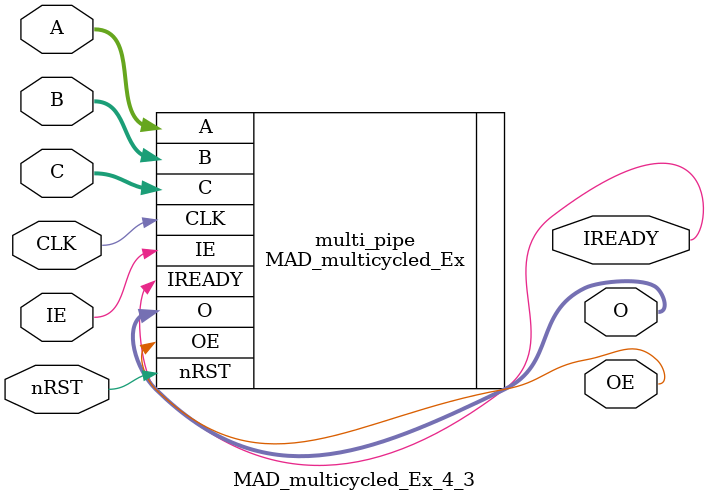
<source format=v>
`include "system_defines.vh"

module MAD_multicycled_Ex_4_3 (
	input					CLK,	// clock
	input					nRST,	// reset (active low)
	input					IE,		// input enable
	output					IREADY,	// input ready
	input	[31:0]			A,		// A
	input	[31:0]			B,		// B
	input	[31:0]			C,		// C
	output					OE,		// output enable
	output	[31:0]			O		// output
);

// definition & assignment ---------------------------------------------------

// implementation ------------------------------------------------------------
MAD_multicycled_Ex #(
	.CYCLE		(4),
	.COUNT		(3)
) multi_pipe (
	.CLK		(CLK),
	.nRST		(nRST),
	.IE			(IE),
	.IREADY		(IREADY),
	.A			(A),
	.B			(B),
	.C			(C),
	.OE			(OE),
	.O			(O)
);

endmodule

</source>
